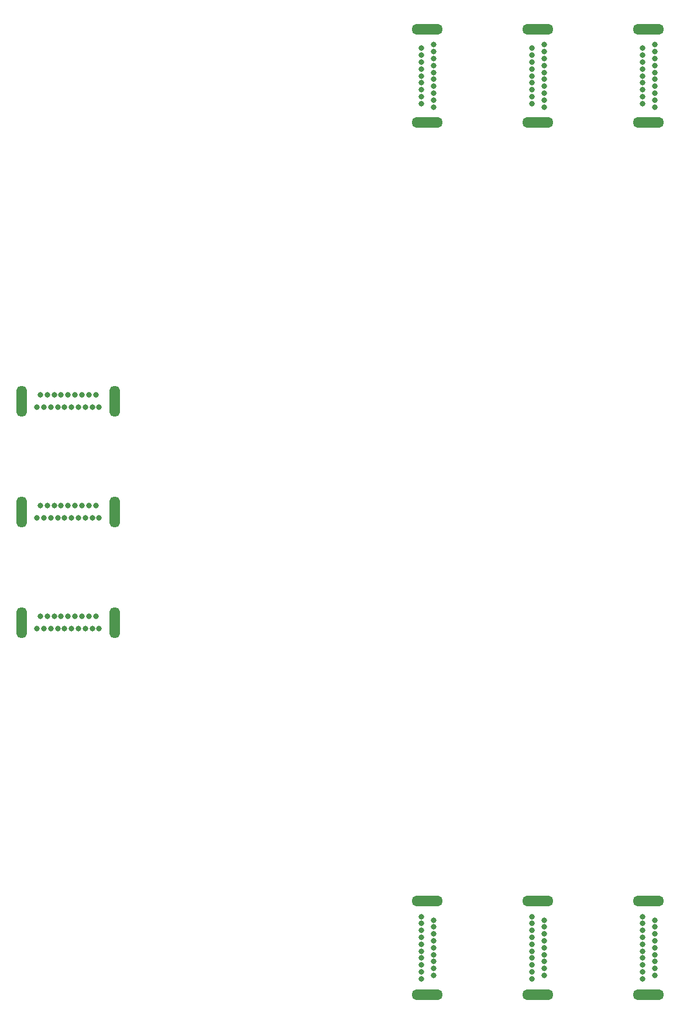
<source format=gbp>
%TF.GenerationSoftware,KiCad,Pcbnew,(5.1.9)-1*%
%TF.CreationDate,2021-08-11T17:59:35-06:00*%
%TF.ProjectId,VacuumFeedThruHDMI,56616375-756d-4466-9565-645468727548,rev?*%
%TF.SameCoordinates,Original*%
%TF.FileFunction,Paste,Bot*%
%TF.FilePolarity,Positive*%
%FSLAX46Y46*%
G04 Gerber Fmt 4.6, Leading zero omitted, Abs format (unit mm)*
G04 Created by KiCad (PCBNEW (5.1.9)-1) date 2021-08-11 17:59:35*
%MOMM*%
%LPD*%
G01*
G04 APERTURE LIST*
%ADD10O,4.500000X1.500000*%
%ADD11C,0.800000*%
%ADD12O,1.500000X4.500000*%
G04 APERTURE END LIST*
D10*
%TO.C,J9*%
X16000000Y-56250000D03*
X16000000Y-69750000D03*
D11*
X15100000Y-58500000D03*
X16900000Y-59000000D03*
X15100000Y-59500000D03*
X16900000Y-60000000D03*
X15100000Y-60500000D03*
X16900000Y-61000000D03*
X15100000Y-61500000D03*
X16900000Y-62000000D03*
X15100000Y-62500000D03*
X16900000Y-63000000D03*
X15100000Y-63500000D03*
X16900000Y-64000000D03*
X15100000Y-64500000D03*
X16900000Y-65000000D03*
X15100000Y-65500000D03*
X16900000Y-66000000D03*
X15100000Y-66500000D03*
X16900000Y-67000000D03*
X15100000Y-67500000D03*
%TD*%
D10*
%TO.C,J7*%
X-16000000Y-56250000D03*
X-16000000Y-69750000D03*
D11*
X-16900000Y-58500000D03*
X-15100000Y-59000000D03*
X-16900000Y-59500000D03*
X-15100000Y-60000000D03*
X-16900000Y-60500000D03*
X-15100000Y-61000000D03*
X-16900000Y-61500000D03*
X-15100000Y-62000000D03*
X-16900000Y-62500000D03*
X-15100000Y-63000000D03*
X-16900000Y-63500000D03*
X-15100000Y-64000000D03*
X-16900000Y-64500000D03*
X-15100000Y-65000000D03*
X-16900000Y-65500000D03*
X-15100000Y-66000000D03*
X-16900000Y-66500000D03*
X-15100000Y-67000000D03*
X-16900000Y-67500000D03*
%TD*%
D10*
%TO.C,J8*%
X0Y-56250000D03*
X0Y-69750000D03*
D11*
X-900000Y-58500000D03*
X900000Y-59000000D03*
X-900000Y-59500000D03*
X900000Y-60000000D03*
X-900000Y-60500000D03*
X900000Y-61000000D03*
X-900000Y-61500000D03*
X900000Y-62000000D03*
X-900000Y-62500000D03*
X900000Y-63000000D03*
X-900000Y-63500000D03*
X900000Y-64000000D03*
X-900000Y-64500000D03*
X900000Y-65000000D03*
X-900000Y-65500000D03*
X900000Y-66000000D03*
X-900000Y-66500000D03*
X900000Y-67000000D03*
X-900000Y-67500000D03*
%TD*%
D10*
%TO.C,J3*%
X16000000Y56250000D03*
X16000000Y69750000D03*
D11*
X16900000Y58500000D03*
X15100000Y59000000D03*
X16900000Y59500000D03*
X15100000Y60000000D03*
X16900000Y60500000D03*
X15100000Y61000000D03*
X16900000Y61500000D03*
X15100000Y62000000D03*
X16900000Y62500000D03*
X15100000Y63000000D03*
X16900000Y63500000D03*
X15100000Y64000000D03*
X16900000Y64500000D03*
X15100000Y65000000D03*
X16900000Y65500000D03*
X15100000Y66000000D03*
X16900000Y66500000D03*
X15100000Y67000000D03*
X16900000Y67500000D03*
%TD*%
D10*
%TO.C,J1*%
X-16000000Y56250000D03*
X-16000000Y69750000D03*
D11*
X-15100000Y58500000D03*
X-16900000Y59000000D03*
X-15100000Y59500000D03*
X-16900000Y60000000D03*
X-15100000Y60500000D03*
X-16900000Y61000000D03*
X-15100000Y61500000D03*
X-16900000Y62000000D03*
X-15100000Y62500000D03*
X-16900000Y63000000D03*
X-15100000Y63500000D03*
X-16900000Y64000000D03*
X-15100000Y64500000D03*
X-16900000Y65000000D03*
X-15100000Y65500000D03*
X-16900000Y66000000D03*
X-15100000Y66500000D03*
X-16900000Y67000000D03*
X-15100000Y67500000D03*
%TD*%
D10*
%TO.C,J2*%
X0Y56250000D03*
X0Y69750000D03*
D11*
X900000Y58500000D03*
X-900000Y59000000D03*
X900000Y59500000D03*
X-900000Y60000000D03*
X900000Y60500000D03*
X-900000Y61000000D03*
X900000Y61500000D03*
X-900000Y62000000D03*
X900000Y62500000D03*
X-900000Y63000000D03*
X900000Y63500000D03*
X-900000Y64000000D03*
X900000Y64500000D03*
X-900000Y65000000D03*
X900000Y65500000D03*
X-900000Y66000000D03*
X900000Y66500000D03*
X-900000Y67000000D03*
X900000Y67500000D03*
%TD*%
D12*
%TO.C,J6*%
X-74750000Y16000000D03*
X-61250000Y16000000D03*
D11*
X-72500000Y15100000D03*
X-72000000Y16900000D03*
X-71500000Y15100000D03*
X-71000000Y16900000D03*
X-70500000Y15100000D03*
X-70000000Y16900000D03*
X-69500000Y15100000D03*
X-69000000Y16900000D03*
X-68500000Y15100000D03*
X-68000000Y16900000D03*
X-67500000Y15100000D03*
X-67000000Y16900000D03*
X-66500000Y15100000D03*
X-66000000Y16900000D03*
X-65500000Y15100000D03*
X-65000000Y16900000D03*
X-64500000Y15100000D03*
X-64000000Y16900000D03*
X-63500000Y15100000D03*
%TD*%
D12*
%TO.C,J4*%
X-74750000Y-16000000D03*
X-61250000Y-16000000D03*
D11*
X-72500000Y-16900000D03*
X-72000000Y-15100000D03*
X-71500000Y-16900000D03*
X-71000000Y-15100000D03*
X-70500000Y-16900000D03*
X-70000000Y-15100000D03*
X-69500000Y-16900000D03*
X-69000000Y-15100000D03*
X-68500000Y-16900000D03*
X-68000000Y-15100000D03*
X-67500000Y-16900000D03*
X-67000000Y-15100000D03*
X-66500000Y-16900000D03*
X-66000000Y-15100000D03*
X-65500000Y-16900000D03*
X-65000000Y-15100000D03*
X-64500000Y-16900000D03*
X-64000000Y-15100000D03*
X-63500000Y-16900000D03*
%TD*%
D12*
%TO.C,J5*%
X-74750000Y0D03*
X-61250000Y0D03*
D11*
X-72500000Y-900000D03*
X-72000000Y900000D03*
X-71500000Y-900000D03*
X-71000000Y900000D03*
X-70500000Y-900000D03*
X-70000000Y900000D03*
X-69500000Y-900000D03*
X-69000000Y900000D03*
X-68500000Y-900000D03*
X-68000000Y900000D03*
X-67500000Y-900000D03*
X-67000000Y900000D03*
X-66500000Y-900000D03*
X-66000000Y900000D03*
X-65500000Y-900000D03*
X-65000000Y900000D03*
X-64500000Y-900000D03*
X-64000000Y900000D03*
X-63500000Y-900000D03*
%TD*%
M02*

</source>
